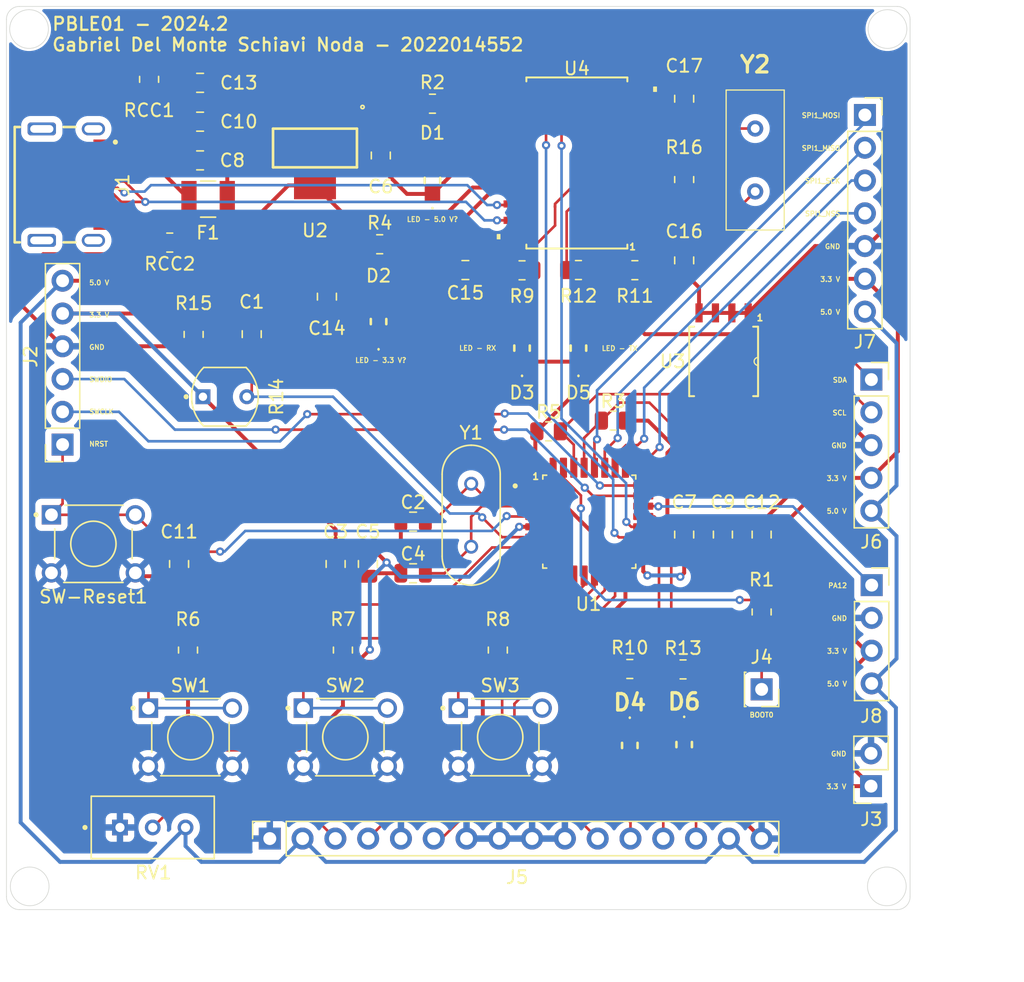
<source format=kicad_pcb>
(kicad_pcb (version 20241129) (generator "pcbnew") (generator_version "8.99")
  (layers (0 "F.Cu" signal) (2 "B.Cu" signal) (13 "F.Paste" user) (15 "B.Paste" user) (5 "F.SilkS" user "F.Silkscreen") (7 "B.SilkS" user "B.Silkscreen") (1 "F.Mask" user) (3 "B.Mask" user) (25 "Edge.Cuts" user))
  (net 0 "")
  (net 1 "ADC_FR")
  (net 2 "GND")
  (net 3 "OSC_IN")
  (net 4 "3.3 V")
  (net 5 "OSC_OUT")
  (net 6 "5 V")
  (net 7 "NRST_SWD")
  (net 8 "OSC1")
  (net 9 "Net-(C17-Pad1)")
  (net 10 "Net-(D1-A)")
  (net 11 "Net-(D2-A)")
  (net 12 "Net-(D3-A)")
  (net 13 "Net-(D4-K)")
  (net 14 "Net-(D5-A)")
  (net 15 "Net-(D6-K)")
  (net 16 "SWDIO")
  (net 17 "SWCLK")
  (net 18 "BOOT0")
  (net 19 "DB6")
  (net 20 "RS")
  (net 21 "DB7")
  (net 22 "ENB")
  (net 23 "DB4")
  (net 24 "DB5")
  (net 25 "SDA")
  (net 26 "SCL")
  (net 27 "SPI1_MOSI")
  (net 28 "SPI1_MISO")
  (net 29 "SPI1_NSS")
  (net 30 "SPI1_SCK")
  (net 31 "D-")
  (net 32 "D+")
  (net 33 "Net-(U1-BOOT0)")
  (net 34 "SW1")
  (net 35 "SW2")
  (net 36 "SW3")
  (net 37 "Net-(U4-GP6{slash}RxLED)")
  (net 38 "LED01")
  (net 39 "Net-(U4-RST)")
  (net 40 "Net-(U4-GP7{slash}TxLED)")
  (net 41 "LED02")
  (net 42 "OSC2")
  (net 43 "MCP_RX")
  (net 44 "MCP_TX")
  (net 53 "Net-(J1-VBUS_A)")
  (net 55 "Net-(J1-CC2)")
  (net 56 "Net-(J1-CC1)")
  (net 63 "Net-(J5-Pin_3)")
  (net 64 "PA12")
  (footprint "Resistor_SMD:R_0805_2012Metric" (layer "F.Cu") (at 183 57.5379)
    (property "Reference" "R2")
    (property "Value" "150 R")
  )
  (footprint "Connector_PinSocket_2.54mm:PinSocket_1x02_P2.54mm_Vertical" (layer "F.Cu") (at 216.975 110.43 180)
    (property "Reference" "J3")
    (property "Value" "Conector_SelectBootMode")
  )
  (footprint "Capacitor_SMD:C_0805_2012Metric" (layer "F.Cu") (at 181.5 89.9304 180)
    (property "Reference" "C2")
    (property "Value" "22 pF")
  )
  (footprint "Resistor_SMD:R_0805_2012Metric" (layer "F.Cu") (at 178.9125 68.4304)
    (property "Reference" "R4")
    (property "Value" "62 R")
  )
  (footprint "0ZCH0050FF2G:RESC3225X75N" (layer "F.Cu") (at 165.622 64.9304)
    (property "Reference" "F1")
    (property "Value" "0ZCH0050FF2G")
  )
  (footprint "Capacitor_SMD:C_0805_2012Metric" (layer "F.Cu") (at 163.3726 93.2104 -90)
    (property "Reference" "C11")
    (property "Value" "100 nF")
  )
  (footprint "Resistor_SMD:R_0805_2012Metric" (layer "F.Cu") (at 202.4125 101.3828)
    (property "Reference" "R13")
    (property "Value" "62 R")
  )
  (footprint "Connector_PinSocket_2.54mm:PinSocket_1x04_P2.54mm_Vertical" (layer "F.Cu") (at 217.025 94.85)
    (property "Reference" "J8")
    (property "Value" "Conector de expansão geral")
  )
  (footprint "24LC512-I_SMG:SOIC127P794X203-8N" (layer "F.Cu") (at 205.5568 77.5112 -90)
    (property "Reference" "U3")
    (property "Value" "24LC512")
  )
  (footprint "Capacitor_SMD:C_0805_2012Metric" (layer "F.Cu") (at 179 61.55 -90)
    (property "Reference" "C6")
    (property "Value" "100 nF")
  )
  (footprint "Capacitor_SMD:C_0805_2012Metric" (layer "F.Cu") (at 181.5 93.9304 180)
    (property "Reference" "C4")
    (property "Value" "22 pF")
  )
  (footprint "PDV-P8103:PHODET_PDV-P8103" (layer "F.Cu") (at 166.920591 80.25)
    (property "Reference" "R14")
    (property "Value" "PDV-P8103")
  )
  (footprint "1825910-6:SW_1825910-6-4" (layer "F.Cu") (at 176.25 106.6328)
    (property "Reference" "SW2")
    (property "Value" "1825910-6")
  )
  (footprint "Connector_PinSocket_2.54mm:PinSocket_1x07_P2.54mm_Vertical" (layer "F.Cu") (at 216.5 58.411237)
    (property "Reference" "J7")
    (property "Value" "Conector de expansão - SPI")
  )
  (footprint "Resistor_SMD:R_0805_2012Metric" (layer "F.Cu") (at 198.2875 101.35)
    (property "Reference" "R10")
    (property "Value" "62 R")
  )
  (footprint "SM0805UOC:SM0805UOC" (layer "F.Cu") (at 194.3093 76.4804)
    (property "Reference" "D5")
    (property "Value" "SM0805UOC" (hide yes))
  )
  (footprint "Resistor_SMD:R_0805_2012Metric" (layer "F.Cu") (at 202.5 63.4163 -90)
    (property "Reference" "R16")
    (property "Value" "47 R")
  )
  (footprint "Capacitor_SMD:C_0805_2012Metric" (layer "F.Cu") (at 178 93.2104 -90)
    (property "Reference" "C5")
    (property "Value" "100 nF")
  )
  (footprint "ATS08A-E:XTAL_HC49P488W43L1085T450H368" (layer "F.Cu") (at 186 89.4304 -90)
    (property "Reference" "Y1")
    (property "Value" "ATS08A")
  )
  (footprint "Resistor_SMD:R_0805_2012Metric" (layer "F.Cu") (at 198.6789 70.4404)
    (property "Reference" "R11")
    (property "Value" "4.7 kR")
  )
  (footprint "LD1117S33TR:SOT230P700X180-4N" (layer "F.Cu") (at 173.9 60.9697 -90)
    (property "Reference" "U2")
    (property "Value" "LD1117S33TR")
  )
  (footprint "Capacitor_SMD:C_0805_2012Metric" (layer "F.Cu") (at 205.5 90.9304 90)
    (property "Reference" "C9")
    (property "Value" "100 nF")
  )
  (footprint "Capacitor_SMD:C_0805_2012Metric" (layer "F.Cu") (at 175.5 93.2104 -90)
    (property "Reference" "C3")
    (property "Value" "1 uF")
  )
  (footprint "Capacitor_SMD:C_0805_2012Metric" (layer "F.Cu") (at 202.5 69.6804 -90)
    (property "Reference" "C16")
    (property "Value" "22 pF")
  )
  (footprint "Capacitor_SMD:C_0805_2012Metric" (layer "F.Cu") (at 165 58.9304 180)
    (property "Reference" "C10")
    (property "Value" "100 nF")
  )
  (footprint "Resistor_SMD:R_0805_2012Metric" (layer "F.Cu") (at 176.065 99.8828 90)
    (property "Reference" "R7")
    (property "Value" "1 kR")
  )
  (footprint "Connector_PinSocket_2.54mm:PinSocket_1x05_P2.54mm_Vertical" (layer "F.Cu") (at 217 78.92)
    (property "Reference" "J6")
    (property "Value" "Conector de expansão - I2C")
  )
  (footprint "Resistor_SMD:R_0805_2012Metric" (layer "F.Cu") (at 164.065 99.8828 90)
    (property "Reference" "R6")
    (property "Value" "1 kR")
  )
  (footprint "ATS12A:ATS12A" (layer "F.Cu") (at 208 64.3422 90)
    (property "Reference" "Y2")
    (property "Value" "ATS12A" (hide yes))
  )
  (footprint "Resistor_SMD:R_0805_2012Metric" (layer "F.Cu") (at 208.5 96.9304 90)
    (property "Reference" "R1")
    (property "Value" "10 kR")
  )
  (footprint "3296W-1-103RLF:TRIM_3296W-1-103RLF" (layer "F.Cu") (at 161.3326 113.6328)
    (property "Reference" "RV1")
    (property "Value" "3296W–1–103RLF")
  )
  (footprint "Resistor_SMD:R_0805_2012Metric" (layer "F.Cu") (at 197 82.1)
    (property "Reference" "R3")
    (property "Value" "10 kR")
  )
  (footprint "USB4215-03-A_REVA:GCT_USB4215-03-A_REVA" (layer "F.Cu") (at 152.7375 63.8128 -90)
    (property "Reference" "J1")
    (property "Value" "USB4215-03-A_REVA")
  )
  (footprint "SM0805UOC:SM0805UOC" (layer "F.Cu") (at 189.9396 76.4804)
    (property "Reference" "D3")
    (property "Value" "SM0805UOC" (hide yes))
  )
  (footprint "Capacitor_SMD:C_0805_2012Metric" (layer "F.Cu") (at 202.5 57.1522 90)
    (property "Reference" "C17")
    (property "Value" "22 pF")
  )
  (footprint "Resistor_SMD:R_0805_2012Metric" (layer "F.Cu") (at 162.65 68.3 180)
    (property "Reference" "RCC2")
    (property "Value" "5.1 kR" (hide yes))
  )
  (footprint "Resistor_SMD:R_0805_2012Metric" (layer "F.Cu") (at 161.05 55.65 -90)
    (property "Reference" "RCC1")
    (property "Value" "5.1 kR")
  )
  (footprint "Capacitor_SMD:C_0805_2012Metric" (layer "F.Cu") (at 202.5 90.9304 90)
    (property "Reference" "C7")
    (property "Value" "100 nF")
  )
  (footprint "Resistor_SMD:R_0805_2012Metric" (layer "F.Cu") (at 194.3093 70.4304)
    (property "Reference" "R12")
    (property "Value" "150 R")
  )
  (footprint "Resistor_SMD:R_0805_2012Metric" (layer "F.Cu") (at 188.065 99.8828 90)
    (property "Reference" "R8")
    (property "Value" "1 kR")
  )
  (footprint "Capacitor_SMD:C_0805_2012Metric" (layer "F.Cu") (at 169 75.3979 90)
    (property "Reference" "C1")
    (property "Value" "10 uF")
  )
  (footprint "Resistor_SMD:R_0805_2012Metric" (layer "F.Cu") (at 164.5 75.4179 90)
    (property "Reference" "R15")
    (property "Value" "1 kR")
  )
  (footprint "Capacitor_SMD:C_0805_2012Metric" (layer "F.Cu") (at 165 61.9304 180)
    (property "Reference" "C8")
    (property "Value" "100 nF")
  )
  (footprint "Capacitor_SMD:C_0805_2012Metric" (layer "F.Cu") (at 185.55 70.4304 180)
    (property "Reference" "C15")
    (property "Value" "22 pF")
  )
  (footprint "Connector_PinSocket_2.54mm:PinSocket_1x06_P2.54mm_Vertical" (layer "F.Cu") (at 154.3476 83.9578 180)
    (property "Reference" "J2" (hide yes))
    (property "Value" "Conector SWD")
  )
  (footprint "1825910-6:SW_1825910-6-4" (layer "F.Cu") (at 156.735 91.65)
    (property "Reference" "SW-Reset1")
    (property "Value" "1825910-6")
  )
  (footprint "Capacitor_SMD:C_0805_2012Metric" (layer "F.Cu") (at 208.5 90.9304 90)
    (property "Reference" "C12")
    (property "Value" "4.7 uF")
  )
  (footprint "1825910-6:SW_1825910-6-4" (layer "F.Cu") (at 164.25 106.6328)
    (property "Reference" "SW1")
    (property "Value" "1825910-6")
  )
  (footprint "Capacitor_SMD:C_0805_2012Metric" (layer "F.Cu") (at 174.825 72.4925 90)
    (property "Reference" "C14")
    (property "Value" "10 uF")
  )
  (footprint "STM32F030K6T6TR:QFP80P900X900X160-32N" (layer "F.Cu") (at 195.1489 89.9304)
    (property "Reference" "U1")
    (property "Value" "STM32F030K6T6TR")
  )
  (footprint "SM0805UOC:SM0805UOC" (layer "F.Cu") (at 183 63.4804)
    (property "Reference" "D1")
    (property "Value" "SM0805UOC" (hide yes))
  )
  (footprint "Connector_PinSocket_2.54mm:PinSocket_1x01_P2.54mm_Vertical" (layer "F.Cu") (at 208.5 102.9304 -90)
    (property "Reference" "J4")
    (property "Value" "Conector_BOOT0")
  )
  (footprint "SM0805UOC:SM0805UOC" (layer "F.Cu") (at 178.825 74.4229)
    (property "Reference" "D2")
    (property "Value" "SM0805UOC" (hide yes))
  )
  (footprint "SM0805UOC:SM0805UOC" (layer "F.Cu") (at 202.5 107.2078 180)
    (property "Reference" "D6")
    (property "Value" "SM0805UOC" (hide yes))
  )
  (footprint "1825910-6:SW_1825910-6-4" (layer "F.Cu") (at 188.25 106.6328)
    (property "Reference" "SW3")
    (property "Value" "1825910-6")
  )
  (footprint "Connector_PinSocket_2.54mm:PinSocket_1x16_P2.54mm_Vertical" (layer "F.Cu") (at 170.4 114.4928 90)
    (property "Reference" "J5")
    (property "Value" "Conector - LCD")
  )
  (footprint "Resistor_SMD:R_0805_2012Metric" (layer "F.Cu") (at 192 82.9304 180)
    (property "Reference" "R5")
    (property "Value" "10 kR")
  )
  (footprint "Capacitor_SMD:C_0805_2012Metric" (layer "F.Cu") (at 165 55.9204 180)
    (property "Reference" "C13")
    (property "Value" "4.7 uF")
  )
  (footprint "SM0805UOC:SM0805UOC" (layer "F.Cu") (at 198.2875 107.275 180)
    (property "Reference" "D4")
    (property "Value" "SM0805UOC" (hide yes))
  )
  (footprint "MCP2200-I_SO:SOIC20" (layer "F.Cu") (at 194.1863 62.1328 180)
    (property "Reference" "U4")
    (property "Value" "MCP2200-I-SO")
  )
  (footprint "Resistor_SMD:R_0805_2012Metric" (layer "F.Cu") (at 189.9396 70.4504)
    (property "Reference" "R9")
    (property "Value" "150 R")
  )
  (gr_line (start 150 119) (end 150 51) (stroke (width 0.05)) (layer "Edge.Cuts"))
  (gr_arc (start 151 120) (mid 150.292893 119.707107) (end 150 119) (stroke (width 0.05)) (layer "Edge.Cuts"))
  (gr_circle (center 151.8 118.2) (end 153.3 118.2) (stroke (width 0.05)) (fill no) (layer "Edge.Cuts"))
  (gr_arc (start 220 119) (mid 219.707107 119.707107) (end 219 120) (stroke (width 0.05)) (layer "Edge.Cuts"))
  (gr_circle (center 218.25 51.75) (end 219.75 51.75) (stroke (width 0.05)) (fill no) (layer "Edge.Cuts"))
  (gr_line (start 151 50) (end 219 50) (stroke (width 0.05)) (layer "Edge.Cuts"))
  (gr_circle (center 151.75 51.75) (end 153.25 51.75) (stroke (width 0.05)) (fill no) (layer "Edge.Cuts"))
  (gr_arc (start 150 51) (mid 150.292893 50.292893) (end 151 50) (stroke (width 0.05)) (layer "Edge.Cuts"))
  (gr_line (start 219 120) (end 151 120) (stroke (width 0.05)) (layer "Edge.Cuts"))
  (gr_circle (center 218.2 118.2) (end 219.7 118.2) (stroke (width 0.05)) (fill no) (layer "Edge.Cuts"))
  (gr_arc (start 219 50) (mid 219.707107 50.292893) (end 220 51) (stroke (width 0.05)) (layer "Edge.Cuts"))
  (gr_line (start 220 51) (end 220 119) (stroke (width 0.05)) (layer "Edge.Cuts"))
  (gr_text "5.0 V" (at 213 73.908965 0) (layer "F.SilkS") (effects (font (size 0.381 0.381) (thickness 0.08001) (bold yes)) (justify left bottom)))
  (gr_text "SPI1_MOSI" (at 211.566713 58.668965 0) (layer "F.SilkS") (effects (font (size 0.381 0.381) (thickness 0.08001) (bold yes)) (justify left bottom)))
  (gr_text "3.3 V" (at 213.475 110.687728 0) (layer "F.SilkS") (effects (font (size 0.381 0.381) (thickness 0.08001) (bold yes)) (justify left bottom)))
  (gr_text "3.3 V" (at 213.525 100.187728 0) (layer "F.SilkS") (effects (font (size 0.381 0.381) (thickness 0.08001) (bold yes)) (justify left bottom)))
  (gr_text "PA12" (at 213.615715 95.107728 0) (layer "F.SilkS") (effects (font (size 0.381 0.381) (thickness 0.08001) (bold yes)) (justify left bottom)))
  (gr_text "LED - TX" (at 197.5 76.5 0) (layer "F.SilkS") (effects (font (size 0.381 0.381) (thickness 0.08001) (bold yes))))
  (gr_text "GND" (at 213.837857 108.147728 0) (layer "F.SilkS") (effects (font (size 0.381 0.381) (thickness 0.08001) (bold yes)) (justify left bottom)))
  (gr_text "GND" (at 213.887857 97.647728 0) (layer "F.SilkS") (effects (font (size 0.381 0.381) (thickness 0.08001) (bold yes)) (justify left bottom)))
  (gr_text "NRST" (at 156.3726 84.1328 0) (layer "F.SilkS") (effects (font (size 0.381 0.381) (thickness 0.08001) (bold yes)) (justify left bottom)))
  (gr_text "3.3 V" (at 213 71.368965 0) (layer "F.SilkS") (effects (font (size 0.381 0.381) (thickness 0.08001) (bold yes)) (justify left bottom)))
  (gr_text "5.0 V" (at 213.5 89.337728 0) (layer "F.SilkS") (effects (font (size 0.381 0.381) (thickness 0.08001) (bold yes)) (justify left bottom)))
  (gr_text "SCL" (at 213.953572 81.717728 0) (layer "F.SilkS") (effects (font (size 0.381 0.381) (thickness 0.08001) (bold yes)) (justify left bottom)))
  (gr_text "1" (at 208.3726 74.1328 0) (layer "F.SilkS") (effects (font (size 0.5 0.5) (thickness 0.125))))
  (gr_text "SPI1_SCK" (at 211.820714 63.748965 0) (layer "F.SilkS") (effects (font (size 0.381 0.381) (thickness 0.08001) (bold yes)) (justify left bottom)))
  (gr_text "SWCLK" (at 156.3726 81.6328 0) (layer "F.SilkS") (effects (font (size 0.381 0.381) (thickness 0.08001) (bold yes)) (justify left bottom)))
  (gr_text "PBLE01 - 2024.2\nGabriel Del Monte Schiavi Noda - 2022014552" (at 153.45 53.55 0) (layer "F.SilkS") (effects (font (size 1 1) (thickness 0.175) (bold yes)) (justify left bottom)))
  (gr_text "3.3 V" (at 213.5 86.797728 0) (layer "F.SilkS") (effects (font (size 0.381 0.381) (thickness 0.08001) (bold yes)) (justify left bottom)))
  (gr_text "SPI1_NSS" (at 211.820714 66.288965 0) (layer "F.SilkS") (effects (font (size 0.381 0.381) (thickness 0.08001) (bold yes)) (justify left bottom)))
  (gr_text "5.0 V" (at 156.3726 71.6328 0) (layer "F.SilkS") (effects (font (size 0.381 0.381) (thickness 0.08001) (bold yes)) (justify left bottom)))
  (gr_text "LED - 5.0 V?" (at 183 66.5 0) (layer "F.SilkS") (effects (font (size 0.381 0.381) (thickness 0.08001) (bold yes))))
  (gr_text "GND" (at 156.3726 76.6328 0) (layer "F.SilkS") (effects (font (size 0.381 0.381) (thickness 0.08001) (bold yes)) (justify left bottom)))
  (gr_text "BOOT0" (at 207.526871 105.1328 0) (layer "F.SilkS") (effects (font (size 0.381 0.381) (thickness 0.08001) (bold yes)) (justify left bottom)))
  (gr_text "LED - 3.3 V?" (at 179 77.4229 0) (layer "F.SilkS") (effects (font (size 0.381 0.381) (thickness 0.08001) (bold yes))))
  (gr_text "3.3 V" (at 156.3726 74.1328 0) (layer "F.SilkS") (effects (font (size 0.381 0.381) (thickness 0.08001) (bold yes)) (justify left bottom)))
  (gr_text "5.0 V" (at 213.525 102.727728 0) (layer "F.SilkS") (effects (font (size 0.381 0.381) (thickness 0.08001) (bold yes)) (justify left bottom)))
  (gr_text "GND" (at 213.362857 68.828965 0) (layer "F.SilkS") (effects (font (size 0.381 0.381) (thickness 0.08001) (bold yes)) (justify left bottom)))
  (gr_text "GND" (at 213.862857 84.257728 0) (layer "F.SilkS") (effects (font (size 0.381 0.381) (thickness 0.08001) (bold yes)) (justify left bottom)))
  (gr_text "SDA" (at 213.971714 79.177728 0) (layer "F.SilkS") (effects (font (size 0.381 0.381) (thickness 0.08001) (bold yes)) (justify left bottom)))
  (gr_text "J2" (at 151.8726 77.1328 90) (layer "F.SilkS") (effects (font (size 1 1))))
  (gr_text "SPI1_MISO" (at 211.566713 61.208965 0) (layer "F.SilkS") (effects (font (size 0.381 0.381) (thickness 0.08001) (bold yes)) (justify left bottom)))
  (gr_text "LED - RX" (at 186.5 76.4804 0) (layer "F.SilkS") (effects (font (size 0.381 0.381) (thickness 0.08001) (bold yes))))
  (gr_text "1" (at 191 86.4304 0) (layer "F.SilkS") (effects (font (size 0.5 0.5) (thickness 0.125))))
  (gr_text "SWDIO" (at 156.3726 79.1328 0) (layer "F.SilkS") (effects (font (size 0.381 0.381) (thickness 0.08001) (bold yes)) (justify left bottom)))
  (gr_text "1" (at 198.5 68.6328 0) (layer "F.SilkS") (effects (font (size 0.5 0.5) (thickness 0.125))))
  (segment (start 168.620591 80.25) (end 169 79.870591) (width 0.2032) (layer "F.Cu") (net 1))
  (segment (start 186.85 89.6) (end 188.3804 91.1304) (width 0.2032) (layer "F.Cu") (net 1))
  (segment (start 188.3804 91.1304) (end 190.9689 91.1304) (width 0.2032) (layer "F.Cu") (net 1))
  (segment (start 168.9825 76.3304) (end 169 76.3479) (width 0.2032) (layer "F.Cu") (net 1))
  (segment (start 169 79.870591) (end 169 76.3479) (width 0.2032) (layer "F.Cu") (net 1))
  (segment (start 164.5 76.3304) (end 168.9825 76.3304) (width 0.2032) (layer "F.Cu") (net 1))
  (via (at 186.85 89.6) (size 0.635) (drill 0.3048) (layers "F.Cu" "B.Cu") (net 1))
  (segment (start 175.3 80.25) (end 168.620591 80.25) (width 0.2032) (layer "B.Cu") (net 1))
  (segment (start 184.35 89.3) (end 175.3 80.25) (width 0.2032) (layer "B.Cu") (net 1))
  (segment (start 186.55 89.3) (end 184.35 89.3) (width 0.2032) (layer "B.Cu") (net 1))
  (segment (start 186.85 89.6) (end 186.55 89.3) (width 0.2032) (layer "B.Cu") (net 1))
  (segment (start 183 64.5304) (end 185.9 61.6304) (width 0.3048) (layer "F.Cu") (net 2))
  (segment (start 203.6518 73.752) (end 203.6518 71.7822) (width 0.3048) (layer "F.Cu") (net 2))
  (segment (start 185.9 58.15) (end 191.35 52.7) (width 0.3048) (layer "F.Cu") (net 2))
  (segment (start 204.9022 53.8) (end 202.5 56.2022) (width 0.3048) (layer "F.Cu") (net 2))
  (segment (start 191.35 52.7) (end 198.9978 52.7) (width 0.3048) (layer "F.Cu") (net 2))
  (segment (start 164.5575 74.4479) (end 164.5 74.5054) (width 0.2032) (layer "F.Cu") (net 2))
  (segment (start 219 66.25) (end 219 56.1) (width 0.3048) (layer "F.Cu") (net 2))
  (segment (start 183 64.5304) (end 181.0304 64.5304) (width 0.3048) (layer "F.Cu") (net 2))
  (segment (start 195.8 98.15) (end 195.8 109.6) (width 0.3048) (layer "F.Cu") (net 2))
  (segment (start 157.3125 60.6128) (end 158.6872 60.6128) (width 0.3048) (layer "F.Cu") (net 2))
  (segment (start 169 74.4479) (end 173.8196 74.4479) (width 0.3048) (layer "F.Cu") (net 2))
  (segment (start 192.3489 85.7504) (end 192.4 85.8015) (width 0.3048) (layer "F.Cu") (net 2))
  (segment (start 206.1918 81.2704) (end 206.1918 80.8082) (width 0.2032) (layer "F.Cu") (net 2))
  (segment (start 157.3125 67.0128) (end 159.5628 67.0128) (width 0.3048) (layer "F.Cu") (net 2))
  (segment (start 206.1918 80.8082) (end 206.1918 80.4082) (width 0.3048) (layer "F.Cu") (net 2))
  (segment (start 180.55 89.9304) (end 180.55 93.9304) (width 0.3048) (layer "F.Cu") (net 2))
  (segment (start 203.6518 71.7822) (end 202.5 70.6304) (width 0.3048) (layer "F.Cu") (net 2))
  (segment (start 205.4 111.4) (end 208.4928 114.4928) (width 0.3048) (layer "F.Cu") (net 2))
  (segment (start 163.3726 94.1604) (end 160.2454 94.1604) (width 0.3048) (layer "F.Cu") (net 2))
  (segment (start 181.0304 64.5304) (end 179 62.5) (width 0.3048) (layer "F.Cu") (net 2))
  (segment (start 192.3489 86.5989) (end 192.3489 85.7504) (width 0.3048) (layer "F.Cu") (net 2))
  (segment (start 197.9489 96.0011) (end 195.8 98.15) (width 0.3048) (layer "F.Cu") (net 2))
  (segment (start 159.5628 67.0128) (end 160.1 67.55) (width 0.3048) (layer "F.Cu") (net 2))
  (segment (start 154.3476 76.3378) (end 162.6676 76.3378) (width 0.3048) (layer "F.Cu") (net 2))
  (segment (start 210.15 79.35) (end 213.5 82.7) (width 0.3048) (layer "F.Cu") (net 2))
  (segment (start 160.1 68.75) (end 159.65 69.2) (width 0.3048) (layer "F.Cu") (net 2))
  (segment (start 213.5 82.7) (end 215.7 82.7) (width 0.3048) (layer "F.Cu") (net 2))
  (segment (start 195.8 109.6) (end 196.8 110.6) (width 0.3048) (layer "F.Cu") (net 2))
  (segment (start 164.05 55.9204) (end 167.2704 52.7) (width 0.3048) (layer "F.Cu") (net 2))
  (segment (start 186.5 74.0908) (end 186.5 70.4304) (width 0.3048) (layer "F.Cu") (net 2))
  (segment (start 216.5 68.571237) (end 216.678763 68.571237) (width 0.2032) (layer "F.Cu") (net 2))
  (segment (start 160.1 67.55) (end 160.1 68.75) (width 0.3048) (layer "F.Cu") (net 2))
  (segment (start 159.5628 67.0128) (end 160.4503 67.0128) (width 0.3048) (layer "F.Cu") (net 2))
  (segment (start 189.5 67.8478) (end 189.0826 67.8478) (width 0.2032) (layer "F.Cu") (net 2))
  (segment (start 207.25 79.35) (end 210.15 79.35) (width 0.3048) (layer "F.Cu") (net 2))
  (segment (start 164.05 61.9304) (end 164.05 58.9304) (width 0.3048) (layer "F.Cu") (net 2))
  (segment (start 205.5 89.9804) (end 202.5 89.9804) (width 0.3048) (layer "F.Cu") (net 2))
  (segment (start 178.825 75.4729) (end 176.8554 75.4729) (width 0.3048) (layer "F.Cu") (net 2))
  (segment (start 202.9 111.4) (end 205.4 111.4) (width 0.3048) (layer "F.Cu") (net 2))
  (segment (start 206.1918 73.752) (end 204.9218 73.752) (width 0.3048) (layer "F.Cu") (net 2))
  (segment (start 207.4618 73.752) (end 206.1918 73.752) (width 0.3048) (layer "F.Cu") (net 2))
  (segment (start 197.9489 94.1104) (end 197.9489 93.3489) (width 0.3048) (layer "F.Cu") (net 2))
  (segment (start 216.678763 68.571237) (end 219 66.25) (width 0.3048) (layer "F.Cu") (net 2))
  (segment (start 197.9489 93.3489) (end 193.5 88.9) (width 0.3048) (layer "F.Cu") (net 2))
  (segment (start 180.55 93.9304) (end 178.23 93.9304) (width 0.3048) (layer "F.Cu") (net 2))
  (segment (start 162.6676 76.3378) (end 164.5 74.5054) (width 0.3048) (layer "F.Cu") (net 2))
  (segment (start 212.642563 68.571237) (end 216.5 68.571237) (width 0.3048) (layer "F.Cu") (net 2))
  (segment (start 160.4503 67.0128) (end 161.7375 68.3) (width 0.3048) (layer "F.Cu") (net 2))
  (segment (start 193.5 87.75) (end 192.3489 86.5989) (width 0.3048) (layer "F.Cu") (net 2))
  (segment (start 167.2704 52.7) (end 191.35 52.7) (width 0.3048) (layer "F.Cu") (net 2))
  (segment (start 185.9 61.6304) (end 185.9 58.15) (width 0.3048) (layer "F.Cu") (net 2))
  (segment (start 208.5 89.9804) (end 214.4804 84) (width 0.3048) (layer "F.Cu") (net 2))
  (segment (start 214.4804 84) (end 217 84) (width 0.3048) (layer "F.Cu") (net 2))
  (segment (start 176.8554 75.4729) (end 174.825 73.4425) (width 0.3048) (layer "F.Cu") (net 2))
  (segment (start 216.7 53.8) (end 204.9022 53.8) (width 0.3048) (layer "F.Cu") (net 2))
  (segment (start 198.9978 52.7) (end 202.5 56.2022) (width 0.3048) (layer "F.Cu") (net 2))
  (segment (start 189.9396 77.5304) (end 186.5 74.0908) (width 0.3048) (layer "F.Cu") (net 2))
  (segment (start 164.05 58.9304) (end 164.05 55.9204) (width 0.3048) (layer "F.Cu") (net 2))
  (segment (start 163.4079 56.5625) (end 164.05 55.9204) (width 0.3048) (layer "F.Cu") (net 2))
  (segment (start 151.05 73.0402) (end 154.3476 76.3378) (width 0.3048) (layer "F.Cu") (net 2))
  (segment (start 178 94.1604) (end 175.5 94.1604) (width 0.3048) (layer "F.Cu") (net 2))
  (segment (start 216.5 68.571237) (end 216.671237 68.571237) (width 0.2032) (layer "F.Cu") (net 2))
  (segment (start 208.4928 114.4928) (end 208.5 114.4928) (width 0.2032) (layer "F.Cu") (net 2))
  (segment (start 215.7 82.7) (end 217 84) (width 0.3048) (layer "F.Cu") (net 2))
  (segment (start 207.4618 73.752) (end 212.642563 68.571237) (width 0.3048) (layer "F.Cu") (net 2))
  (segment (start 197.9489 94.1104) (end 197.9489 96.0011) (width 0.3048) (layer "F.Cu") (net 2))
  (segment (start 206.1918 80.4082) (end 207.25 79.35) (width 0.3048) (layer "F.Cu") (net 2))
  (segment (start 204.9218 73.752) (end 203.6518 73.752) (width 0.3048) (layer "F.Cu") (net 2))
  (segment (start 178.825 75.4729) (end 181.4575 75.4729) (width 0.3048) (layer "F.Cu") (net 2))
  (segment (start 202.1 110.6) (end 202.9 111.4) (width 0.3048) (layer "F.Cu") (net 2))
  (segment (start 152.85 69.2) (end 151.05 71) (width 0.3048) (layer "F.Cu") (net 2))
  (segment (start 189.0826 67.8478) (end 186.5 70.4304) (width 0.3048) (layer "F.Cu") (net 2))
  (segment (start 169 74.4479) (end 164.5575 74.4479) (width 0.3048) (layer "F.Cu") (net 2))
  (segment (start 196.8 110.6) (end 202.1 110.6) (width 0.3048) (layer "F.Cu") (net 2))
  (segment (start 176.2 59.7) (end 179 62.5) (width 0.3048) (layer "F.Cu") (net 2))
  (segment (start 157.3125 60.6128) (end 157.2997 60.6) (width 0.3048) (layer "F.Cu") (net 2))
  (segment (start 208.5 89.9804) (end 205.5 89.9804) (width 0.3048) (layer "F.Cu") (net 2))
  (segment (start 219 56.1) (end 216.7 53.8) (width 0.3048) (layer "F.Cu") (net 2))
  (segment (start 160.2454 94.1604) (end 159.985 93.9) (width 0.3048) (layer "F.Cu") (net 2))
  (segment (start 173.8196 74.4479) (end 174.825 73.4425) (width 0.3048) (layer "F.Cu") (net 2))
  (segment (start 163.3726 94.1604) (end 175.5 94.1604) (width 0.3048) (layer "F.Cu") (net 2))
  (segment (start 178.23 93.9304) (end 178 94.1604) (width 0.2032) (layer "F.Cu") (net 2))
  (segment (start 194.3093 77.5304) (end 189.9396 77.5304) (width 0.3048) (layer "F.Cu") (net 2))
  (segment (start 161.05 58.25) (end 161.05 56.5625) (width 0.3048) (layer "F.Cu") (net 2))
  (segment (start 181.4575 75.4729) (end 186.5 70.4304) (width 0.3048) (layer "F.Cu") (net 2))
  (segment (start 158.6872 60.6128) (end 161.05 58.25) (width 0.3048) (layer "F.Cu") (net 2))
  (segment (start 193.5 88.9) (end 193.5 87.75) (width 0.3048) (layer "F.Cu") (net 2))
  (segment (start 176.2 58.0697) (end 176.2 59.7) (width 0.3048) (layer "F.Cu") (net 2))
  (segment (start 151.05 71) (end 151.05 73.0402) (width 0.3048) (layer "F.Cu") (net 2))
  (segment (start 159.65 69.2) (end 152.85 69.2) (width 0.3048) (layer "F.Cu") (net 2))
  (segment (start 216.671237 68.571237) (end 216.8 68.7) (width 0.2032) (layer "F.Cu") (net 2))
  (segment (start 161.05 56.5625) (end 163.4079 56.5625) (width 0.3048) (layer "F.Cu") (net 2))
  (segment (start 183.06 89.9304) (end 186 86.9904) (width 0.2032) (layer "F.Cu") (net 3))
  (segment (start 190.9689 87.9304) (end 186.94 87.9304) (width 0.2032) (layer "F.Cu") (net 3))
  (segment (start 186.94 87.9304) (end 186 86.9904) (width 0.2032) (layer "F.Cu") (net 3))
  (segment (start 182.45 89.9304) (end 183.06 89.9304) (width 0.2032) (layer "F.Cu") (net 3))
  (segment (start 201.2 84.6) (end 201.7 84.1) (width 0.3048) (layer "F.Cu") (net 4))
  (segment (start 199.03395 74.98395) (end 200.95 73.0679) (width 0.3048) (layer "F.Cu") (net 4))
  (segment (start 202.5 93.9) (end 202.2 94.2) (width 0.3048) (layer "F.Cu") (net 4))
  (segment (start 173.9 63.8697) (end 173.9 58.0697) (width 0.3048) (layer "F.Cu") (net 4))
  (segment (start 213.238763 71.111237) (end 208.95 75.4) (width 0.3048) (layer "F.Cu") (net 4))
  (segment (start 186.9 105.5) (end 186 106.4) (width 0.3048) (layer "F.Cu") (net 4))
  (segment (start 190.9689 90.3304) (end 192.0696 90.3304) (width 0.3048) (layer "F.Cu") (net 4))
  (segment (start 201.7 84.1) (end 199.7 82.1) (width 0.3048) (layer "F.Cu") (net 4))
  (segment (start 176.065 100.7953) (end 176.065 104.235) (width 0.3048) (layer "F.Cu") (net 4))
  (segment (start 198.3547 108.2578) (end 198.2875 108.325) (width 0.2032) (layer "F.Cu") (net 4))
  (segment (start 176.065 100.7953) (end 177.2047 100.7953) (width 0.3048) (layer "F.Cu") (net 4))
  (segment (start 201.2 91.2) (end 201.2 84.6) (width 0.3048) (layer "F.Cu") (net 4))
  (segment (start 178 68.15) (end 179.05 67.1) (width 0.3048) (layer "F.Cu") (net 4))
  (segment (start 217.025 99.93) (end 216.5496 99.93) (width 0.2032) (layer "F.Cu") (net 4))
  (segment (start 213.555 107.01) (end 213.555 103.4) (width 0.3048) (layer "F.Cu") (net 4))
  (segment (start 201.8804 91.8804) (end 201.2 91.2) (width 0.3048) (layer "F.Cu") (net 4))
  (segment (start 161.9 73.8) (end 171.8303 63.8697) (width 0.3048) (layer "F.Cu") (net 4))
  (segment (start 175.5 92.2604) (end 175.5 90.529409) (width 0.3048) (layer "F.Cu") (net 4))
  (segment (start 199.2978 67.8478) (end 200.95 69.5) (width 0.3048) (layer "F.Cu") (net 4))
  (segment (start 192.35 90.05) (end 192.35 87.55) (width 0.3048) (layer "F.Cu") (net 4))
  (segment (start 217.09 86.54) (end 217.25 86.7) (width 0.3048) (layer "F.Cu") (net 4))
  (segment (start 175.5 90.529409) (end 165.220591 80.25) (width 0.3048) (layer "F.Cu") (net 4))
  (segment (start 154.3498 73.8) (end 161.9 73.8) (width 0.3048) (layer "F.Cu") (net 4))
  (segment (start 190.9689 87.1304) (end 190.9689 83.049) (width 0.3048) (layer "F.Cu") (net 4))
  (segment (start 154.3476 73.7978) (end 154.3498 73.8) (width 0.2032) (layer "F.Cu") (net 4))
  (segment (start 217 86.54) (end 219.05 84.49) (width 0.3048) (layer "F.Cu") (net 4))
  (segment (start 205.5 91.8804) (end 202.5 91.8804) (width 0.3048) (layer "F.Cu") (net 4))
  (segment (start 184.55 106.4) (end 178.9453 100.7953) (width 0.3048) (layer "F.Cu") (net 4))
  (segment (start 216.5 71.111237) (end 216.511237 71.111237) (width 0.2032) (layer "F.Cu") (net 4))
  (segment (start 198.8726 67.8478) (end 199.2978 67.8478) (width 0.2032) (layer "F.Cu") (net 4))
  (segment (start 174.825 71.5425) (end 174.8879 71.5425) (width 0.2032) (layer "F.Cu") (net 4))
  (segment (start 202.5 108.2578) (end 198.3547 108.2578) (width 0.3048) (layer "F.Cu") (net 4))
  (segment (start 199.3289 93.7789) (end 199.65 94.1) (width 0.3048) (layer "F.Cu") (net 4))
  (segment (start 217 86.54) (end 217.09 86.54) (width 0.3048) (layer "F.Cu") (net 4))
  (segment (start 216.975 110.43) (end 213.555 107.01) (width 0.3048) (layer "F.Cu") (net 4))
  (segment (start 216.5496 99.93) (end 208.5 91.8804) (width 0.3048) (layer "F.Cu") (net 4))
  (segment (start 199.45 75.4) (end 199.03395 74.98395) (width 0.3048) (layer "F.Cu") (net 4))
  (segment (start 184.6 70.4304) (end 184.6 67.3) (width 0.3048) (layer "F.Cu") (net 4))
  (segment (start 172.7 107.6) (end 166.15 107.6) (width 0.3048) (layer "F.Cu") (net 4))
  (segment (start 200.95 69.5) (end 200.95 73.0679) (width 0.3048) (layer "F.Cu") (net 4))
  (segment (start 178 67.9697) (end 173.9 63.8697) (width 0.3048) (layer "F.Cu") (net 4))
  (segment (start 205.2 84.1) (end 201.7 84.1) (width 0.3048) (layer "F.Cu") (net 4))
  (segment (start 178.6104 92.2604) (end 178 92.2604) (width 0.3048) (layer "F.Cu") (net 4))
  (segment (start 171.8303 63.8697) (end 173.9 63.8697) (width 0.3048) (layer "F.Cu") (net 4))
  (segment (start 216.5 71.111237) (end 213.238763 71.111237) (width 0.3048) (layer "F.Cu") (net 4))
  (segment (start 191.9304 87.1304) (end 190.9689 87.1304) (width 0.3048) (layer "F.Cu") (net 4))
  (segment (start 179.45 93.1) (end 178.6104 92.2604) (width 0.3048) (layer "F.Cu") (net 4))
  (segment (start 216.511237 71.111237) (end 219.05 73.65) (width 0.3048) (layer "F.Cu") (net 4))
  (segment (start 178.9453 100.7953) (end 176.065 100.7953) (width 0.3048) (layer "F.Cu") (net 4))
  (segment (start 177.2047 100.7953) (end 178.15 99.85) (width 0.3048) (layer "F.Cu") (net 4))
  (segment (start 186.9 101.9603) (end 186.9 105.5) (width 0.3048) (layer "F.Cu") (net 4))
  (segment (start 207.4618 81.8382) (end 207.4618 81.2704) (width 0.2032) (layer "F.Cu") (net 4))
  (segment (start 178 92.2604) (end 175.5 92.2604) (width 0.3048) (layer "F.Cu") (net 4))
  (segment (start 186.1122 64.0378) (end 189.5 64.0378) (width 0.3048) (layer "F.Cu") (net 4))
  (segment (start 208.5 91.8804) (end 205.5 91.8804) (width 0.3048) (layer "F.Cu") (net 4))
  (segment (start 199.7 82.1) (end 197.9125 82.1) (width 0.3048) (layer "F.Cu") (net 4))
  (segment (start 204.6722 110.43) (end 202.5 108.2578) (width 0.3048) (layer "F.Cu") (net 4))
  (segment (start 166.15 107.6) (end 164.065 105.515) (width 0.3048) (layer "F.Cu") (net 4))
  (segment (start 208.95 75.4) (end 199.45 75.4) (width 0.3048) (layer "F.Cu") (net 4))
  (segment (start 216.975 110.43) (end 204.6722 110.43) (width 0.3048) (layer "F.Cu") (net 4))
  (segment (start 202.5 91.8804) (end 201.8804 91.8804) (width 0.3048) (layer "F.Cu") (net 4))
  (segment (start 217 86.54) (end 213.8404 86.54) (width 0.3048) (layer "F.Cu") (net 4))
  (segment (start 197.7664 70.4404) (end 197.7664 73.7164) (width 0.3048) (layer "F.Cu") (net 4))
  (segment (start 179.05 67.1) (end 183.05 67.1) (width 0.3048) (layer "F.Cu") (net 4))
  (segment (start 207.4618 81.8382) (end 205.2 84.1) (width 0.3048) (layer "F.Cu") (net 4))
  (segment (start 178 68.15) (end 178 68.4304) (width 0.2032) (layer "F.Cu") (net 4))
  (segment (start 219.05 84.49) (end 219.05 73.65) (width 0.3048) (layer "F.Cu") (net 4))
  (segment (start 191.0875 82.9304) (end 199.03395 74.98395) (width 0.3048) (layer "F.Cu") (net 4))
  (segment (start 183.05 67.1) (end 186.1122 64.0378) (width 0.3048) (layer "F.Cu") (net 4))
  (segment (start 197.7664 73.7164) (end 199.03395 74.98395) (width 0.3048) (layer "F.Cu") (net 4))
  (segment (start 188.065 100.7953) (end 186.9 101.9603) (width 0.3048) (layer "F.Cu") (net 4))
  (segment (start 176.065 104.235) (end 172.7 107.6) (width 0.3048) (layer "F.Cu") (net 4))
  (segment (start 190.9689 83.049) (end 191.0875 82.9304) (width 0.2032) (layer "F.Cu") (net 4))
  (segment (start 192.35 87.55) (end 191.9304 87.1304) (width 0.3048) (layer "F.Cu") (net 4))
  (segment (start 202.5 91.8804) (end 202.5 93.9) (width 0.3048) (layer "F.Cu") (net 4))
  (segment (start 174.8879 71.5425) (end 178 68.4304) (width 0.3048) (layer "F.Cu") (net 4))
  (segment (start 164.065 105.515) (end 164.065 100.7953) (width 0.3048) (layer "F.Cu") (net 4))
  (segment (start 184.6 67.3) (end 187.8622 64.0378) (width 0.3048) (layer "F.Cu") (net 4))
  (segment (start 199.3289 92.7304) (end 199.3289 93.7789) (width 0.3048) (layer "F.Cu") (net 4))
  (segment (start 178 68.4304) (end 178 67.9697) (width 0.3048) (layer "F.Cu") (net 4))
  (segment (start 213.8404 86.54) (end 208.5 91.8804) (width 0.3048) (layer "F.Cu") (net 4))
  (segment (start 213.555 103.4) (end 217.025 99.93) (width 0.3048) (layer "F.Cu") (net 4))
  (segment (start 186 106.4) (end 184.55 106.4) (width 0.3048) (layer "F.Cu") (net 4))
  (segment (start 192.0696 90.3304) (end 192.35 90.05) (width 0.3048) (layer "F.Cu") (net 4))
  (segment (start 190.9689 90.3304) (end 189.7196 90.3304) (width 0.3048) (layer "F.Cu") (net 4))
  (via (at 179.45 93.1) (size 0.635) (drill 0.3048) (layers "F.Cu" "B.Cu") (net 4))
  (via (at 202.2 94.2) (size 0.635) (drill 0.3048) (layers "F.Cu" "B.Cu") (net 4))
  (via (at 189.7196 90.3304) (size 0.635) (drill 0.3048) (layers "F.Cu" "B.Cu") (net 4))
  (via (at 178.15 99.85) (size 0.635) (drill 0.3048) (layers "F.Cu" "B.Cu") (net 4))
  (via (at 199.65 94.1) (size 0.635) (drill 0.3048) (layers "F.Cu" "B.Cu") (net 4))
  (segment (start 158.768391 73.7978) (end 165.220591 80.25) (width 0.3048) (layer "B.Cu") (net 4))
  (segment (start 154.3476 73.7978) (end 158.768391 73.7978) (width 0.3048) (layer "B.Cu") (net 4))
  (segment (start 178.15 99.85) (end 178.15 94.4) (width 0.3048) (layer "B.Cu") (net 4))
  (segment (start 180.55 94.2) (end 179.45 93.1) (width 0.3048) (layer "B.Cu") (net 4))
  (segment (start 202.1 94.1) (end 202.2 94.2) (width 0.3048) (layer "B.Cu") (net 4))
  (segment (start 199.65 94.1) (end 202.1 94.1) (width 0.3048) (layer "B.Cu") (net 4))
  (segment (start 185.85 94.2) (end 180.55 94.2) (width 0.3048) (layer "B.Cu") (net 4))
  (segment (start 178.15 94.4) (end 179.45 93.1) (width 0.3048) (layer "B.Cu") (net 4))
  (segment (start 189.7196 90.3304) (end 185.85 94.2) (width 0.3048) (layer "B.Cu") (net 4))
  (segment (start 186 89.55) (end 186 91.8704) (width 0.2032) (layer "F.Cu") (net 5))
  (segment (start 190.9689 88.7304) (end 186.8196 88.7304) (width 0.2032) (layer "F.Cu") (net 5))
  (segment (start 182.45 93.9304) (end 183.94 93.9304) (width 0.2032) (layer "F.Cu") (net 5))
  (segment (start 183.94 93.9304) (end 186 91.8704) (width 0.2032) (layer "F.Cu") (net 5))
  (segment (start 186.8196 88.7304) (end 186 89.55) (width 0.2032) (layer "F.Cu") (net 5))
  (segment (start 167.106 63.0864) (end 165.95 61.9304) (width 0.3048) (layer "F.Cu") (net 6))
  (segment (start 165.95 55.9204) (end 165.95 58.9304) (width 0.3048) (layer "F.Cu") (net 6))
  (segment (start 165.95 55.9204) (end 169.4507 55.9204) (width 0.3048) (layer "F.Cu") (net 6))
  (segment (start 154.3476 71.2578) (end 163.3922 71.2578) (width 0.3048) (layer "F.Cu") (net 6))
  (segment (start 167.2 65.0244) (end 167.106 64.9304) (width 0.2032) (layer "F.Cu") (net 6))
  (segment (start 174.2697 55.4) (end 179.9496 55.4) (width 0.3048) (layer "F.Cu") (net 6))
  (segment (start 179.9496 55.4) (end 182.0875 57.5379) (width 0.3048) (layer "F.Cu") (net 6))
  (segment (start 216.501237 73.651237) (end 216.55 73.7) (width 0.2032) (layer "F.Cu") (net 6))
  (segment (start 169.4507 55.9204) (end 171.6 58.0697) (width 0.3048) (layer "F.Cu") (net 6))
  (segment (start 167.2 67.45) (end 167.2 65.0244) (width 0.3048) (layer "F.Cu") (net 6))
  (segment (start 217 89.08) (end 217 89.1) (width 0.2032) (layer "F.Cu") (net 6))
  (segment (start 216.5 73.651237) (end 216.501237 73.651237) (width 0.2032) (layer "F.Cu") (net 6))
  (segment (start 165.95 61.9304) (end 165.95 58.9304) (width 0.3048) (layer "F.Cu") (net 6))
  (segment (start 167.106 64.9304) (end 167.106 63.0864) (width 0.3048) (layer "F.Cu") (net 6))
  (segment (start 179 60.6) (end 179.0254 60.6) (width 0.2032) (layer "F.Cu") (net 6))
  (segment (start 171.6 58.0697) (end 174.2697 55.4) (width 0.3048) (layer "F.Cu") (net 6))
  (segment (start 179.0254 60.6) (end 182.0875 57.5379) (width 0.3048) (layer "F.Cu") (net 6))
  (segment (start 163.3922 71.2578) (end 167.2 67.45) (width 0.3048) (layer "F.Cu") (net 6))
  (segment (start 217 89) (end 217 89.08) (width 0.2032) (layer "B.Cu") (net 6))
  (segment (start 161.2 116.3) (end 163.8672 113.6328) (width 0.3048) (layer "B.Cu") (net 6))
  (segment (start 204.15 116.3) (end 205.9572 114.4928) (width 0.3048) (layer "B.Cu") (net 6))
  (segment (start 165.1 116.3) (end 171.15 116.3) (width 0.3048) (layer "B.Cu") (net 6))
  (segment (start 174.75 116.3) (end 204.15 116.3) (width 0.3048) (layer "B.Cu") (net 6))
  (segment (start 216.55 73.7) (end 216.6 73.7) (width 0.2032) (layer "B.Cu") (net 6))
  (segment (start 172.9428 114.4928) (end 174.75 116.3) (width 0.3048) (layer "B.Cu") (net 6))
  (segment (start 163.8672 113.6328) (end 163.8726 113.6328) (width 0.2032) (layer "B.Cu") (net 6))
  (segment (start 154.15 116.3) (end 161.2 116.3) (width 0.3048) (layer "B.Cu") (net 6))
  (segment (start 218.95 100.545) (end 217.025 102.47) (width 0.3048) (layer "B.Cu") (net 6))
  (segment (start 154.3476 71.2578) (end 151.1 74.5054) (width 0.3048) (layer "B.Cu") (net 6))
  (segment (start 163.8726 115.0726) (end 165.1 116.3) (width 0.3048) (layer "B.Cu") (net 6))
  (segment (start 172.94 114.51) (end 172.94 114.4928) (width 0.2032) (layer "B.Cu") (net 6))
  (segment (start 218.95 76.101237) (end 218.95 87.13) (width 0.3048) (layer "B.Cu") (net 6))
  (segment (start 163.8726 113.6328) (end 163.8726 115.0726) (width 0.3048) (layer "B.Cu") (net 6))
  (segment (start 217 89.08) (end 217 89.1) (width 0.2032) (layer "B.Cu") (net 6))
  (segment (start 151.1 113.25) (end 154.15 116.3) (width 0.3048) (layer "B.Cu") (net 6))
  (segment (start 216.5 73.651237) (end 218.95 76.101237) (width 0.3048) (layer "B.Cu") (net 6))
  (segment (start 216.45 116.3) (end 218.9 113.85) (width 0.3048) (layer "B.Cu") (net 6))
  (segment (start 205.96 114.4928) (end 205.9928 114.4928) (width 0.2032) (layer "B.Cu") (net 6))
  (segment (start 151.1 74.5054) (end 151.1 113.25) (width 0.3048) (layer "B.Cu") (net 6))
  (segment (start 218.9 104.345) (end 217.025 102.47) (width 0.3048) (layer "B.Cu") (net 6))
  (segment (start 217 89.1) (end 218.95 91.05) (width 0.3048) (layer "B.Cu") (net 6))
  (segment (start 218.95 91.05) (end 218.95 100.545) (width 0.3048) (layer "B.Cu") (net 6))
  (segment (start 172.94 114.4928) (end 172.9428 114.4928) (width 0.2032) (layer "B.Cu") (net 6))
  (segment (start 205.9928 114.4928) (end 207.8 116.3) (width 0.3048) (layer "B.Cu") (net 6))
  (segment (start 207.8 116.3) (end 216.45 116.3) (width 0.3048) (layer "B.Cu") (net 6))
  (segment (start 218.95 87.13) (end 217 89.08) (width 0.3048) (layer "B.Cu") (net 6))
  (segment (start 218.9 113.85) (end 218.9 104.345) (width 0.3048) (layer "B.Cu") (net 6))
  (segment (start 171.15 116.3) (end 172.94 114.51) (width 0.3048) (layer "B.Cu") (net 6))
  (segment (start 205.9572 114.4928) (end 205.96 114.4928) (width 0.2032) (layer "B.Cu") (net 6))
  (segment (start 153.485 89.435) (end 153.5 89.45) (width 0.2032) (layer "F.Cu") (net 7))
  (segment (start 163.3726 92.2604) (end 166.5396 92.2604) (width 0.2032) (layer "F.Cu") (net 7))
  (segment (start 154.3476 88.5374) (end 153.485 89.4) (width 0.2032) (layer "F.Cu") (net 7))
  (segment (start 166.5396 92.2604) (end 166.55 92.25) (width 0.2032) (layer "F.Cu") (net 7))
  (segment (start 188.7804 89.5304) (end 188.75 89.5) (width 0.2032) (layer "F.Cu") (net 7))
  (segment (start 163.3726 92.2604) (end 162.8454 92.2604) (width 0.2032) (layer "F.Cu") (net 7))
  (segment (start 153.485 89.4) (end 153.485 89.435) (width 0.2032) (layer "F.Cu") (net 7))
  (segment (start 153.5 89.45) (end 153.55 89.4) (width 0.2032) (layer "F.Cu") (net 7))
  (segment (start 162.8454 92.2604) (end 159.985 89.4) (width 0.2032) (layer "F.Cu") (net 7))
  (segment (start 154.3476 83.9578) (end 154.3476 88.5374) (width 0.2032) (layer "F.Cu") (net 7))
  (segment (start 190.9689 89.5304) (end 188.7804 89.5304) (width 0.2032) (layer "F.Cu") (net 7))
  (segment (start 153.55 89.4) (end 159.985 89.4) (width 0.2032) (layer "F.Cu") (net 7))
  (via (at 166.55 92.25) (size 0.635) (drill 0.3048) (layers "F.Cu" "B.Cu") (net 7))
  (via (at 188.75 89.5) (size 0.635) (drill 0.3048) (layers "F.Cu" "B.Cu") (net 7))
  (segment (start 168.5 90.65) (end 187.6 90.65) (width 0.2032) (layer "B.Cu") (net 7))
  (segment (start 187.6 90.65) (end 188.75 89.5) (width 0.2032) (layer "B.Cu") (net 7))
  (segment (start 166.55 92.25) (end 166.9 92.25) (width 0.2032) (layer "B.Cu") (net 7))
  (segment (start 166.9 92.25) (end 168.5 90.65) (width 0.2032) (layer "B.Cu") (net 7))
  (segment (start 203.6118 68.7304) (end 202.5 68.7304) (width 0.2032) (layer "F.Cu") (net 8))
  (segment (start 198.8726 66.5778) (end 200.3474 66.5778) (width 0.2032) (layer "F.Cu") (net 8))
  (segment (start 200.3474 66.5778) (end 202.5 68.7304) (width 0.2032) (layer "F.Cu") (net 8))
  (segment (start 208 64.3422) (end 203.6118 68.7304) (width 0.2032) (layer "F.Cu") (net 8))
  (segment (start 202.5 62.5038) (end 202.5 58.1022) (width 0.2032) (layer "F.Cu") (net 9))
  (segment (start 203.86 59.4622) (end 202.5 58.1022) (width 0.2032) (layer "F.Cu") (net 9))
  (segment (start 208 59.4622) (end 203.86 59.4622) (width 0.2032) (layer "F.Cu") (net 9))
  (segment (start 183.9125 61.5179) (end 183.9125 57.5379) (width 0.2032) (layer "F.Cu") (net 10))
  (segment (start 183 62.4304) (end 183.9125 61.5179) (width 0.2032) (layer "F.Cu") (net 10))
  (segment (start 179.825 68.4304) (end 179.825 72.3729) (width 0.2032) (layer "F.Cu") (net 11))
  (segment (start 179.825 72.3729) (end 178.825 73.3729) (width 0.2032) (layer "F.Cu") (net 11))
  (segment (start 190.8521 70.4504) (end 190.8521 74.5179) (width 0.2032) (layer "F.Cu") (net 12))
  (segment (start 190.8521 74.5179) (end 189.9396 75.4304) (width 0.2032) (layer "F.Cu") (net 12))
  (segment (start 199.2 105.3125) (end 198.2875 106.225) (width 0.2032) (layer "F.Cu") (net 13))
  (segment (start 199.2 101.35) (end 199.2 105.3125) (width 0.2032) (layer "F.Cu") (net 13))
  (segment (start 195.2218 74.5179) (end 194.3093 75.4304) (width 0.2032) (layer "F.Cu") (net 14))
  (segment (start 195.2218 70.4304) (end 195.2218 74.5179) (width 0.2032) (layer "F.Cu") (net 14))
  (segment (start 202.5 106.1578) (end 203.325 105.3328) (width 0.2032) (layer "F.Cu") (net 15))
  (segment (start 203.325 105.3328) (end 203.325 101.3828) (width 0.2032) (layer "F.Cu") (net 15))
  (segment (start 170.85 82.8) (end 188.55 82.8) (width 0.2032) (layer "F.Cu") (net 16))
  (segment (start 195.4304 87.9304) (end 194.8 87.3) (width 0.2032) (layer "F.Cu") (net 16))
  (segment (start 199.3289 87.9304) (end 195.4304 87.9304) (width 0.2032) (layer "F.Cu") (net 16))
  (via (at 188.55 82.8) (size 0.635) (drill 0.3048) (layers "F.Cu" "B.Cu") (net 16))
  (via (at 194.8 87.3) (size 0.635) (drill 0.3048) (layers "F.Cu" "B.Cu") (net 16))
  (via (at 170.85 82.8) (size 0.635) (drill 0.3048) (layers "F.Cu" "B.Cu") (net 16))
  (segment (start 190.3 82.8) (end 194.8 87.3) (width 0.2032) (layer "B.Cu") (net 16))
  (segment (start 188.55 82.8) (end 190.3 82.8) (width 0.2032) (layer "B.Cu") (net 16))
  (segment (start 170.85 82.8) (end 163.05 82.8) (width 0.2032) (layer "B.Cu") (net 16))
  (segment (start 159.1278 78.8778) (end 154.3476 78.8778) (width 0.2032) (layer "B.Cu") (net 16))
  (segment (start 163.05 82.8) (end 159.1278 78.8778) (width 0.2032) (layer "B.Cu") (net 16))
  (segment (start 195.95 87.15) (end 195.9696 87.1304) (width 0.2032) (layer "F.Cu") (net 17))
  (segment (start 188.4 81.6) (end 173.3 81.6) (width 0.2032) (layer "F.Cu") (net 17))
  (segment (start 199.3289 87.1304) (end 199.3093 87.15) (width 0.2032) (layer "F.Cu") (net 17))
  (segment (start 199.3289 87.1304) (end 195.9696 87.1304) (width 0.2032) (layer "F.Cu") (net 17))
  (segment (start 188.45 81.55) (end 188.4 81.6) (width 0.2032) (layer "F.Cu") (net 17))
  (segment (start 188.6 81.55) (end 188.45 81.55) (width 0.2032) (layer "F.Cu") (net 17))
  (via (at 195.9696 87.1304) (size 0.635) (drill 0.3048) (layers "F.Cu" "B.Cu") (net 17))
  (via (at 173.3 81.6) (size 0.635) (drill 0.3048) (layers "F.Cu" "B.Cu") (net 17))
  (via (at 188.6 81.55) (size 0.635) (drill 0.3048) (layers "F.Cu" "B.Cu") (net 17))
  (segment (start 161 83.7) (end 158.7178 81.4178) (width 0.2032) (layer "B.Cu") (net 17))
  (segment (start 173.3 81.6) (end 171.2 83.7) (width 0.2032) (layer "B.Cu") (net 17))
  (segment (start 171.2 83.7) (end 161 83.7) (width 0.2032) (layer "B.Cu") (net 17))
  (segment (start 158.7178 81.4178) (end 154.3476 81.4178) (width 0.2032) (layer "B.Cu") (net 17))
  (segment (start 190.3892 81.55) (end 195.9696 87.1304) (width 0.2032) (layer "B.Cu") (net 17))
  (segment (start 188.6 81.55) (end 190.3892 81.55) (width 0.2032) (layer "B.Cu") (net 17))
  (segment (start 208.5 102.9304) (end 208.5 97.8429) (width 0.2032) (layer "F.Cu") (net 18))
  (segment (start 196.3489 95.2511) (end 196.3489 94.1104) (width 0.2032) (layer "F.Cu") (net 19))
  (segment (start 199.8 111.8) (end 194.941666 111.8) (width 0.2032) (layer "F.Cu") (net 19))
  (segment (start 200.88 112.88) (end 199.8 111.8) (width 0.2032) (layer "F.Cu") (net 19))
  (segment (start 194.183333 111.041667) (end 194.183333 97.416667) (width 0.2032) (layer "F.Cu") (net 19))
  (segment (start 194.183333 97.416667) (end 196.3489 95.2511) (width 0.2032) (layer "F.Cu") (net 19))
  (segment (start 194.941666 111.8) (end 194.183333 111.041667) (width 0.2032) (layer "F.Cu") (net 19))
  (segment (start 200.88 114.4928) (end 200.88 112.88) (width 0.2032) (layer "F.Cu") (net 19))
  (segment (start 190.1 97.9) (end 193.1489 94.8511) (width 0.2032) (layer "F.Cu") (net 20))
  (segment (start 184.35 112.25) (end 188.4 108.2) (width 0.2032) (layer "F.Cu") (net 20))
  (segment (start 178.02 114.4928) (end 180.2628 112.25) (width 0.2032) (layer "F.Cu") (net 20))
  (segment (start 188.4 103.4) (end 190.1 101.7) (width 0.2032) (layer "F.Cu") (net 20))
  (segment (start 190.1 101.7) (end 190.1 97.9) (width 0.2032) (layer "F.Cu") (net 20))
  (segment (start 188.4 108.2) (end 188.4 103.4) (width 0.2032) (layer "F.Cu") (net 20))
  (segment (start 178.02 114.4928) (end 178.02 114.03) (width 0.2032) (layer "F.Cu") (net 20))
  (segment (start 193.1489 94.8511) (end 193.1489 94.1104) (width 0.2032) (layer "F.Cu") (net 20))
  (segment (start 180.2628 112.25) (end 184.35 112.25) (width 0.2032) (layer "F.Cu") (net 20))
  (segment (start 195 97.85) (end 197.1489 95.7011) (width 0.2032) (layer "F.Cu") (net 21))
  (segment (start 195 110.7) (end 195 97.85) (width 0.2032) (layer "F.Cu") (net 21))
  (segment (start 203.42 114.4928) (end 203.42 113.02) (width 0.2032) (layer "F.Cu") (net 21))
  (segment (start 201.7 111.3) (end 195.6 111.3) (width 0.2032) (layer "F.Cu") (net 21))
  (segment (start 203.42 113.02) (end 201.7 111.3) (width 0.2032) (layer "F.Cu") (net 21))
  (segment (start 195.6 111.3) (end 195 110.7) (width 0.2032) (layer "F.Cu") (net 21))
  (segment (start 197.1489 95.7011) (end 197.1489 94.1104) (width 0.2032) (layer "F.Cu") (net 21))
  (segment (start 193.9489 94.1104) (end 193.9489 94.8511) (width 0.2032) (layer "F.Cu") (net 22))
  (segment (start 189.35 104.05) (end 189.35 108.85) (width 0.2032) (layer "F.Cu") (net 22))
  (segment (start 193.9489 94.8511) (end 190.95 97.85) (width 0.2032) (layer "F.Cu") (net 22))
  (segment (start 193.9489 94.1104) (end 193.9489 94.7511) (width 0.2032) (layer "F.Cu") (net 22))
  (segment (start 190.95 102.45) (end 189.35 104.05) (width 0.2032) (layer "F.Cu") (net 22))
  (segment (start 190.95 97.85) (end 190.95 102.45) (width 0.2032) (layer "F.Cu") (net 22))
  (segment (start 183.7072 114.4928) (end 183.1 114.4928) (width 0.2032) (layer "F.Cu") (net 22))
  (segment (start 189.35 108.85) (end 183.7072 114.4928) (width 0.2032) (layer "F.Cu") (net 22))
  (segment (start 192.85 111.55) (end 192.8572 111.55) (width 0.2032) (layer "F.Cu") (net 23))
  (segment (start 192.85 96.75) (end 192.85 111.55) (width 0.2032) (layer "F.Cu") (net 23))
  (segment (start 192.85 96.75) (end 194.7489 94.8511) (width 0.2032) (layer "F.Cu") (net 23))
  (segment (start 192.8572 111.55) (end 195.8 114.4928) (width 0.2032) (layer "F.Cu") (net 23))
  (segment (start 194.7489 94.8511) (end 194.7489 94.1104) (width 0.2032) (layer "F.Cu") (net 23))
  (segment (start 195.5489 95.0511) (end 195.5489 94.1104) (width 0.2032) (layer "F.Cu") (net 24))
  (segment (start 193.516667 111.316667) (end 193.516667 97.083333) (width 0.2032) (layer "F.Cu") (net 24))
  (segment (start 198.34 113.24) (end 197.65 112.55) (width 0.2032) (layer "F.Cu") (net 24))
  (segment (start 193.516667 97.083333) (end 195.5489 95.0511) (width 0.2032) (layer "F.Cu") (net 24))
  (segment (start 198.34 114.4928) (end 198.34 113.24) (width 0.2032) (layer "F.Cu") (net 24))
  (segment (start 197.65 112.55) (end 194.75 112.55) (width 0.2032) (layer "F.Cu") (net 24))
  (segment (start 194.75 112.55) (end 193.516667 111.316667) (width 0.2032) (layer "F.Cu") (net 24))
  (segment (start 193.9489 83.9668) (end 193.9489 85.7504) (width 0.2032) (layer "F.Cu") (net 25))
  (segment (start 192.9125 82.9304) (end 193.9489 83.9668) (width 0.2032) (layer "F.Cu") (net 25))
  (segment (start 192.9125 82.9304) (end 195.7929 80.05) (width 0.2032) (layer "F.Cu") (net 25))
  (segment (start 203.6518 81.2704) (end 203.6518 79.8982) (width 0.2032) (layer "F.Cu") (net 25))
  (segment (start 202.4314 80.05) (end 203.6518 81.2704) (width 0.2032) (layer "F.Cu") (net 25))
  (segment (start 207.1 76.45) (end 214.53 76.45) (width 0.2032) (layer "F.Cu") (net 25))
  (segment (start 195.7929 80.05) (end 202.4314 80.05) (width 0.2032) (layer "F.Cu") (net 25))
  (segment (start 203.6518 79.8982) (end 207.1 76.45) (width 0.2032) (layer "F.Cu") (net 25))
  (segment (start 214.53 76.45) (end 217 78.92) (width 0.2032) (layer "F.Cu") (net 25))
  (segment (start 204.9218 81.6282) (end 203.65 82.9) (width 0.2032) (layer "F.Cu") (net 26))
  (segment (start 206.7 78.3) (end 204.9218 80.0782) (width 0.2032) (layer "F.Cu") (net 26))
  (segment (start 204.9218 81.2704) (end 204.9218 81.6282) (width 0.2032) (layer "F.Cu") (net 26))
  (segment (start 194.7489 85.7504) (end 194.7489 83.4386) (width 0.2032) (layer "F.Cu") (net 26))
  (segment (start 204.9218 80.0782) (end 204.9218 81.2704) (width 0.2032) (layer "F.Cu") (net 26))
  (segment (start 204.9218 81.2704) (end 204.9218 80.6782) (width 0.2032) (layer "F.Cu") (net 26))
  (segment (start 203.65 82.9) (end 202 82.9) (width 0.2032) (layer "F.Cu") (net 26))
  (segment (start 213.84 78.3) (end 206.7 78.3) (width 0.2032) (layer "F.Cu") (net 26))
  (segment (start 202 82.9) (end 199.8042 80.7042) (width 0.2032) (layer "F.Cu") (net 26))
  (segment (start 197.4833 80.7042) (end 196.0875 82.1) (width 0.2032) (layer "F.Cu") (net 26))
  (segment (start 217 81.46) (end 213.84 78.3) (width 0.2032) (layer "F.Cu") (net 26))
  (segment (start 194.7489 83.4386) (end 196.0875 82.1) (width 0.2032) (layer "F.Cu") (net 26))
  (segment (start 199.8042 80.7042) (end 197.4833 80.7042) (width 0.2032) (layer "F.Cu") (net 26))
  (segment (start 195.5489 83.7511) (end 195.75 83.55) (width 0.2032) (layer "F.Cu") (net 27))
  (segment (start 195.5489 85.7504) (end 195.5489 83.7511) (width 0.2032) (layer "F.Cu") (net 27))
  (segment (start 195.5489 85.5011) (end 195.6 85.45) (width 0.2032) (layer "F.Cu") (net 27))
  (via (at 195.75 83.55) (size 0.635) (drill 0.3048) (layers "F.Cu" "B.Cu") (net 27))
  (segment (start 195.75 83.55) (end 195.75 79.75) (width 0.2032) (layer "B.Cu") (net 27))
  (segment (start 216.5 59) (end 216.5 58.411237) (width 0.2032) (layer "B.Cu") (net 27))
  (segment (start 195.75 79.75) (end 216.5 59) (width 0.2032) (layer "B.Cu") (net 27))
  (segment (start 196.3489 85.7504) (end 196.3489 84.4511) (width 0.2032) (layer "F.Cu") (net 28))
  (segment (start 196.35 85.35) (end 196.3489 85.3511) (width 0.2032) (layer "F.Cu") (net 28))
  (segment (start 196.3489 85.3511) (end 196.3489 85.7504) (width 0.2032) (layer "F.Cu") (net 28))
  (segment (start 196.3489 84.4511) (end 197.35 83.45) (width 0.2032) (layer "F.Cu") (net 28))
  (via (at 197.35 83.45) (size 0.635) (drill 0.3048) (layers "F.Cu" "B.Cu") (net 28))
  (segment (start 197.35 83.45) (end 197.35 80.101237) (width 0.2032) (layer "B.Cu") (net 28))
  (segment (start 197.35 80.101237) (end 216.5 60.951237) (width 0.2032) (layer "B.Cu") (net 28))
  (segment (start 198.9996 85.7504) (end 200.6 84.15) (width 0.2032) (layer "F.Cu") (net 29))
  (segment (start 197.9489 85.7504) (end 198.9996 85.7504) (width 0.2032) (layer "F.Cu") (net 29))
  (via (at 200.6 84.15) (size 0.635) (drill 0.3048) (layers "F.Cu" "B.Cu") (net 29))
  (segment (start 200.6 84.15) (end 200.6 79.9) (width 0.2032) (layer "B.Cu") (net 29))
  (segment (start 200.6 79.9) (end 214.468763 66.031237) (width 0.2032) (layer "B.Cu") (net 29))
  (segment (start 214.468763 66.031237) (end 216.5 66.031237) (width 0.2032) (layer "B.Cu") (net 29))
  (segment (start 216.5 66.2) (end 216.5 66.031237) (width 0.2032) (layer "B.Cu") (net 29))
  (segment (start 197.1489 85.5511) (end 197.15 85.55) (width 0.2032) (layer "F.Cu") (net 30))
  (segment (start 198 84) (end 198.9 84) (width 0.2032) (layer "F.Cu") (net 30))
  (segment (start 197.1489 85.7504) (end 197.1489 84.8511) (width 0.2032) (layer "F.Cu") (net 30))
  (segment (start 198.9 84) (end 199.4 83.5) (width 0.2032) (layer "F.Cu") (net 30))
  (segment (start 197.1489 84.8511) (end 198 84) (width 0.2032) (layer "F.Cu") (net 30))
  (segment (start 197.1489 85.7504) (end 197.1489 85.5511) (width 0.2032) (layer "F.Cu") (net 30))
  (via (at 199.4 83.5) (size 0.635) (drill 0.3048) (layers "F.Cu" "B.Cu") (net 30))
  (segment (start 199.4 79.55) (end 215.458763 63.491237) (width 0.2032) (layer "B.Cu") (net 30))
  (segment (start 215.458763 63.491237) (end 216.5 63.491237) (width 0.2032) (layer "B.Cu") (net 30))
  (segment (start 199.4 83.5) (end 199.4 79.55) (width 0.2032) (layer "B.Cu") (net 30))
  (segment (start 159.134967 64.415033) (end 158.965033 64.415033) (width 0.2032) (layer "F.Cu") (net 31))
  (segment (start 188 65.386317) (end 189.421483 65.386317) (width 0.2032) (layer "F.Cu") (net 31))
  (segment (start 156.0082 63.2918) (end 156.0082 63.9082) (width 0.2032) (layer "F.Cu") (net 31))
  (segment (start 156.2372 63.0628) (end 156.0082 63.2918) (width 0.2032) (layer "F.Cu") (net 31))
  (segment (start 189.421483 65.386317) (end 189.5 65.3078) (width 0.2032) (layer "F.Cu") (net 31))
  (segment (start 156.1628 64.0628) (end 157.3125 64.0628) (width 0.2032) (layer "F.Cu") (net 31))
  (segment (start 158.6128 64.0628) (end 157.3125 64.0628) (width 0.2032) (layer "F.Cu") (net 31))
  (segment (start 158.965033 64.415033) (end 158.6128 64.0628) (width 0.2032) (layer "F.Cu") (net 31))
  (segment (start 157.3125 63.0628) (end 156.2372 63.0628) (width 0.2032) (layer "F.Cu") (net 31))
  (segment (start 156.0082 63.9082) (end 156.1628 64.0628) (width 0.2032) (layer "F.Cu") (net 31))
  (via (at 188 65.386317) (size 0.635) (drill 0.3048) (layers "F.Cu" "B.Cu") (net 31))
  (via (at 159.134967 64.415033) (size 0.635) (drill 0.3048) (layers "F.Cu" "B.Cu") (net 31))
  (segment (start 160.697794 64.35) (end 161.197794 63.85) (width 0.2032) (layer "B.Cu") (net 31))
  (segment (start 161.197794 63.85) (end 185.7 63.85) (width 0.2032) (layer "B.Cu") (net 31))
  (segment (start 185.7 63.85) (end 187.236317 65.386317) (width 0.2032) (layer "B.Cu") (net 31))
  (segment (start 159.134967 64.415033) (end 159.2 64.35) (width 0.2032) (layer "B.Cu") (net 31))
  (segment (start 187.236317 65.386317) (end 188 65.386317) (width 0.2032) (layer "B.Cu") (net 31))
  (segment (start 159.2 64.35) (end 160.697794 64.35) (width 0.2032) (layer "B.Cu") (net 31))
  (segment (start 158.3128 64.5628) (end 158.9 65.15) (width 0.2032) (layer "F.Cu") (net 32))
  (segment (start 188.05 66.5778) (end 189.5 66.5778) (width 0.2032) (layer "F.Cu") (net 32))
  (segment (start 158.9 65.15) (end 160.75 65.15) (width 0.2032) (layer "F.Cu") (net 32))
  (segment (start 157.3125 64.5628) (end 157.3128 64.5628) (width 0.2032) (layer "F.Cu") (net 32))
  (segment (start 157.3125 64.5628) (end 158.3128 64.5628) (width 0.2032) (layer "F.Cu") (net 32))
  (segment (start 157.3125 63.5628) (end 159.1628 63.5628) (width 0.2032) (layer "F.Cu") (net 32))
  (segment (start 157.3128 64.5628) (end 157.35 64.6) (width 0.2032) (layer "F.Cu") (net 32))
  (segment (start 159.1628 63.5628) (end 160.75 65.15) (width 0.2032) (layer "F.Cu") (net 32))
  (via (at 160.75 65.15) (size 0.635) (drill 0.3048) (layers "F.Cu" "B.Cu") (net 32))
  (via (at 188 66.5778) (size 0.635) (drill 0.3048) (layers "F.Cu" "B.Cu") (net 32))
  (segment (start 185.6 65.15) (end 160.75 65.15) (width 0.2032) (layer "B.Cu") (net 32))
  (segment (start 187.0278 66.5778) (end 185.6 65.15) (width 0.2032) (layer "B.Cu") (net 32))
  (segment (start 188.05 66.5778) (end 187.0278 66.5778) (width 0.2032) (layer "B.Cu") (net 32))
  (segment (start 194.5 88.9) (end 194.5 87.9) (width 0.2032) (layer "F.Cu") (net 33))
  (segment (start 206.8 96) (end 208.4821 96) (width 0.2032) (layer "F.Cu") (net 33))
  (segment (start 193.1489 86.5489) (end 193.1489 85.7504) (width 0.2032) (layer "F.Cu") (net 33))
  (segment (start 194.5 87.9) (end 193.1489 86.5489) (width 0.2032) (layer "F.Cu") (net 33))
  (segment (start 208.4821 96) (end 208.5 96.0179) (width 0.2032) (layer "F.Cu") (net 33))
  (via (at 194.5 88.9) (size 0.635) (drill 0.3048) (layers "F.Cu" "B.Cu") (net 33))
  (via (at 206.8 96) (size 0.635) (drill 0.3048) (layers "F.Cu" "B.Cu") (net 33))
  (segment (start 194.5 94.1) (end 196.4 96) (width 0.2032) (layer "B.Cu") (net 33))
  (segment (start 194.5 88.9) (end 194.5 94.1) (width 0.2032) (layer "B.Cu") (net 33))
  (segment (start 196.4 96) (end 206.8 96) (width 0.2032) (layer "B.Cu") (net 33))
  (segment (start 166.6853 96.35) (end 164.065 98.9703) (width 0.2032) (layer "F.Cu") (net 34))
  (segment (start 190.9689 91.9304) (end 187.6196 91.9304) (width 0.2032) (layer "F.Cu") (net 34))
  (segment (start 187.6196 91.9304) (end 183.2 96.35) (width 0.2032) (layer "F.Cu") (net 34))
  (segment (start 161 102.0353) (end 164.065 98.9703) (width 0.2032) (layer "F.Cu") (net 34))
  (segment (start 183.2 96.35) (end 166.6853 96.35) (width 0.2032) (layer "F.Cu") (net 34))
  (segment (start 161 104.3828) (end 161 102.0353) (width 0.2032) (layer "F.Cu") (net 34))
  (segment (start 167.5 104.3828) (end 161 104.3828) (width 0.2032) (layer "B.Cu") (net 34))
  (segment (start 188.6696 92.7304) (end 182.4297 98.9703) (width 0.2032) (layer "F.Cu") (net 35))
  (segment (start 173 102.0353) (end 176.065 98.9703) (width 0.2032) (layer "F.Cu") (net 35))
  (segment (start 190.9689 92.7304) (end 188.6696 92.7304) (width 0.2032) (layer "F.Cu") (net 35))
  (segment (start 173 104.3828) (end 173 102.0353) (width 0.2032) (layer "F.Cu") (net 35))
  (segment (start 182.4297 98.9703) (end 176.065 98.9703) (width 0.2032) (layer "F.Cu") (net 35))
  (segment (start 179.5172 104.3828) (end 173 104.3828) (width 0.2032) (layer "B.Cu") (net 35))
  (segment (start 179.5172 104.3828) (end 179.6 104.3) (width 0.2032) (layer "B.Cu") (net 35))
  (segment (start 179.5 104.3828) (end 179.5172 104.3828) (width 0.2032) (layer "B.Cu") (net 35))
  (segment (start 185 104.3828) (end 185 102.0353) (width 0.2032) (layer "F.Cu") (net 36))
  (segment (start 188.065 98.9703) (end 188.065 96.085) (width 0.2032) (layer "F.Cu") (net 36))
  (segment (start 188.065 96.085) (end 190.0396 94.1104) (width 0.2032) (layer "F.Cu") (net 36))
  (segment (start 190.0396 94.1104) (end 192.3489 94.1104) (width 0.2032) (layer "F.Cu") (net 36))
  (segment (start 185 102.0353) (end 188.065 98.9703) (width 0.2032) (layer "F.Cu") (net 36))
  (segment (start 185.0328 104.35) (end 185 104.3828) (width 0.2032) (layer "B.Cu") (net 36))
  (segment (start 191.5 104.35) (end 185.0328 104.35) (width 0.2032) (layer "B.Cu") (net 36))
  (segment (start 191.5 104.3828) (end 191.5 104.35) (width 0.2032) (layer "B.Cu") (net 36))
  (segment (start 196.3022 61.4978) (end 198.8726 61.4978) (width 0.2032) (layer "F.Cu") (net 37))
  (segment (start 189.0271 70.4504) (end 192.5 66.9775) (width 0.2032) (layer "F.Cu") (net 37))
  (segment (start 192.5 65.45) (end 192.5 65.55) (width 0.2032) (layer "F.Cu") (net 37))
  (segment (start 192.5 66.9775) (end 192.5 65.45) (width 0.2032) (layer "F.Cu") (net 37))
  (segment (start 192.5 65.55) (end 192.5 65.3) (width 0.2032) (layer "F.Cu") (net 37))
  (segment (start 192.5 65.3) (end 196.3022 61.4978) (width 0.2032) (layer "F.Cu") (net 37))
  (segment (start 200.55 92.2) (end 200.2804 91.9304) (width 0.2032) (layer "F.Cu") (net 38))
  (segment (start 197.375 101.35) (end 200.55 98.175) (width 0.2032) (layer "F.Cu") (net 38))
  (segment (start 200.2804 91.9304) (end 199.3289 91.9304) (width 0.2032) (layer "F.Cu") (net 38))
  (segment (start 200.55 98.175) (end 200.55 92.2) (width 0.2032) (layer "F.Cu") (net 38))
  (segment (start 199.5914 70.4404) (end 198.301 69.15) (width 0.2032) (layer "F.Cu") (net 39))
  (segment (start 198.301 69.15) (end 196.95 69.15) (width 0.2032) (layer "F.Cu") (net 39))
  (segment (start 196.5122 64.0378) (end 198.8726 64.0378) (width 0.2032) (layer "F.Cu") (net 39))
  (segment (start 195.25 67.45) (end 195.25 65.3) (width 0.2032) (layer "F.Cu") (net 39))
  (segment (start 196.95 69.15) (end 195.25 67.45) (width 0.2032) (layer "F.Cu") (net 39))
  (segment (start 195.25 65.3) (end 196.5122 64.0378) (width 0.2032) (layer "F.Cu") (net 39))
  (segment (start 193.3968 65.9032) (end 196.5322 62.7678) (width 0.2032) (layer "F.Cu") (net 40))
  (segment (start 193.3968 70.4304) (end 193.3968 65.9032) (width 0.2032) (layer "F.Cu") (net 40))
  (segment (start 196.5322 62.7678) (end 198.8726 62.7678) (width 0.2032) (layer "F.Cu") (net 40))
  (segment (start 201.5 92.393822) (end 201.4724 92.366222) (width 0.2032) (layer "F.Cu") (net 41))
  (segment (start 201.4724 92.2724) (end 200.6 91.4) (width 0.2032) (layer "F.Cu") (net 41))
  (segment (start 200.6 91.4) (end 200.6 89.95) (width 0.2032) (layer "F.Cu") (net 41))
  (segment (start 201.5 101.3828) (end 201.5 92.393822) (width 0.2032) (layer "F.Cu") (net 41))
  (segment (start 201.4724 92.366222) (end 201.4724 92.2724) (width 0.2032) (layer "F.Cu") (net 41))
  (segment (start 200.1804 89.5304) (end 199.3289 89.5304) (width 0.2032) (layer "F.Cu") (net 41))
  (segment (start 200.6 89.95) (end 200.1804 89.5304) (width 0.2032) (layer "F.Cu") (net 41))
  (segment (start 201.521 65.3078) (end 198.8726 65.3078) (width 0.2032) (layer "F.Cu") (net 42))
  (segment (start 202.5 64.3288) (end 201.521 65.3078) (width 0.2032) (layer "F.Cu") (net 42))
  (segment (start 199.3196 91.1304) (end 199.3 91.15) (width 0.2032) (layer "F.Cu") (net 43))
  (segment (start 197.1 90.8) (end 197.1 90.792922) (width 0.2032) (layer "F.Cu") (net 43))
  (segment (start 189.5 57.6878) (end 190.9378 57.6878) (width 0.2032) (layer "F.Cu") (net 43))
  (segment (start 197.45 91.15) (end 197.1 90.8) (width 0.2032) (layer "F.Cu") (net 43))
  (segment (start 199.3289 91.1304) (end 199.3196 91.1304) (width 0.2032) (layer "F.Cu") (net 43))
  (segment (start 191.8 58.55) (end 191.8 60.75) (width 0.2032) (layer "F.Cu") (net 43))
  (segment (start 199.3 91.15) (end 197.45 91.15) (width 0.2032) (layer "F.Cu") (net 43))
  (segment (start 190.9378 57.6878) (end 191.8 58.55) (width 0.2032) (layer "F.Cu") (net 43))
  (via (at 197.1 90.8) (size 0.635) (drill 0.3048) (layers "F.Cu" "B.Cu") (net 43))
  (via (at 191.8 60.75) (size 0.635) (drill 0.3048) (layers "F.Cu" "B.Cu") (net 43))
  (segment (start 197 86.65) (end 197 90.7) (width 0.2032) (layer "B.Cu") (net 43))
  (segment (start 197.1 90.8) (end 196.950851 90.650851) (width 0.2032) (layer "B.Cu") (net 43))
  (segment (start 191.8 60.75) (end 191.8 81.45) (width 0.2032) (layer "B.Cu") (net 43))
  (segment (start 191.8 81.45) (end 197 86.65) (width 0.2032) (layer "B.Cu") (net 43))
  (segment (start 197 90.7) (end 197.1 90.8) (width 0.2032) (layer "B.Cu") (net 43))
  (segment (start 193 60.7) (end 193 60.8) (width 0.2032) (layer "F.Cu") (net 44))
  (segment (start 198.4 90.3304) (end 199.3289 90.3304) (width 0.2032) (layer "F.Cu") (net 44))
  (segment (start 195.0322 56.4178) (end 193 58.45) (width 0.2032) (layer "F.Cu") (net 44))
  (segment (start 193 58.45) (end 193 60.7) (width 0.2032) (layer "F.Cu") (net 44))
  (segment (start 198.0196 89.95) (end 198.4 90.3304) (width 0.2032) (layer "F.Cu") (net 44))
  (segment (start 198.8726 56.4178) (end 195.0322 56.4178) (width 0.2032) (layer "F.Cu") (net 44))
  (via (at 198.0196 89.95) (size 0.635) (drill 0.3048) (layers "F.Cu" "B.Cu") (net 44))
  (via (at 193 60.8) (size 0.635) (drill 0.3048) (layers "F.Cu" "B.Cu") (net 44))
  (segment (start 198 89.9304) (end 198 86.95) (width 0.2032) (layer "B.Cu") (net 44))
  (segment (start 198 86.95) (end 193 81.95) (width 0.2032) (layer "B.Cu") (net 44))
  (segment (start 193 81.95) (end 193 60.8) (width 0.2032) (layer "B.Cu") (net 44))
  (segment (start 198.0196 89.95) (end 198 89.9304) (width 0.2032) (layer "B.Cu") (net 44))
  (segment (start 157.3497 61.45) (end 157.3125 61.4128) (width 0.2032) (layer "F.Cu") (net 53))
  (segment (start 160.6576 61.45) (end 157.3497 61.45) (width 0.3048) (layer "F.Cu") (net 53))
  (segment (start 164.138 64.9304) (end 160.6576 61.45) (width 0.3048) (layer "F.Cu") (net 53))
  (segment (start 163.5625 68.0125) (end 163.5625 68.3) (width 0.2032) (layer "F.Cu") (net 55))
  (segment (start 158.95 66.2) (end 161.75 66.2) (width 0.2032) (layer "F.Cu") (net 55))
  (segment (start 157.3125 65.5628) (end 157.3567 65.607) (width 0.2032) (layer "F.Cu") (net 55))
  (segment (start 161.75 66.2) (end 163.5625 68.0125) (width 0.2032) (layer "F.Cu") (net 55))
  (segment (start 158.357 65.607) (end 158.95 66.2) (width 0.2032) (layer "F.Cu") (net 55))
  (segment (start 157.3567 65.607) (end 158.357 65.607) (width 0.2032) (layer "F.Cu") (net 55))
  (segment (start 155 56.975) (end 157.2375 54.7375) (width 0.2032) (layer "F.Cu") (net 56))
  (segment (start 155 61.95) (end 155 56.975) (width 0.2032) (layer "F.Cu") (net 56))
  (segment (start 157.3125 62.5628) (end 155.6128 62.5628) (width 0.2032) (layer "F.Cu") (net 56))
  (segment (start 157.2375 54.7375) (end 161.05 54.7375) (width 0.2032) (layer "F.Cu") (net 56))
  (segment (start 155.6128 62.5628) (end 155 61.95) (width 0.2032) (layer "F.Cu") (net 56))
  (segment (start 163.2 111.75) (end 172.7372 111.75) (width 0.2032) (layer "F.Cu") (net 63))
  (segment (start 161.3326 113.6328) (end 163.2 111.7654) (width 0.2032) (layer "F.Cu") (net 63))
  (segment (start 163.2 111.7654) (end 163.2 111.75) (width 0.2032) (layer "F.Cu") (net 63))
  (segment (start 172.7372 111.75) (end 175.48 114.4928) (width 0.2032) (layer "F.Cu") (net 63))
  (segment (start 200.4804 88.7304) (end 200.5 88.75) (width 0.2032) (layer "F.Cu") (net 64))
  (segment (start 199.3289 88.7304) (end 200.4804 88.7304) (width 0.2032) (layer "F.Cu") (net 64))
  (via (at 200.5 88.75) (size 0.635) (drill 0.3048) (layers "F.Cu" "B.Cu") (net 64))
  (segment (start 210.925 88.75) (end 217.025 94.85) (width 0.2032) (layer "B.Cu") (net 64))
  (segment (start 200.5 88.75) (end 210.925 88.75) (width 0.2032) (layer "B.Cu") (net 64))
  (zone (net 2) (net_name "GND") (layer "B.Cu") (name "GND_Zone") (priority 1) (connect_pads (clearance 0.5)) (min_thickness 0.25) (fill yes (thermal_gap 0.5) (thermal_bridge_width 0.5))
    (polygon (pts (xy 149.5 49.5) (xy 220.5 49.5) (xy 220.5 120.5) (xy 149.5 120.5)))
  )
)
</source>
